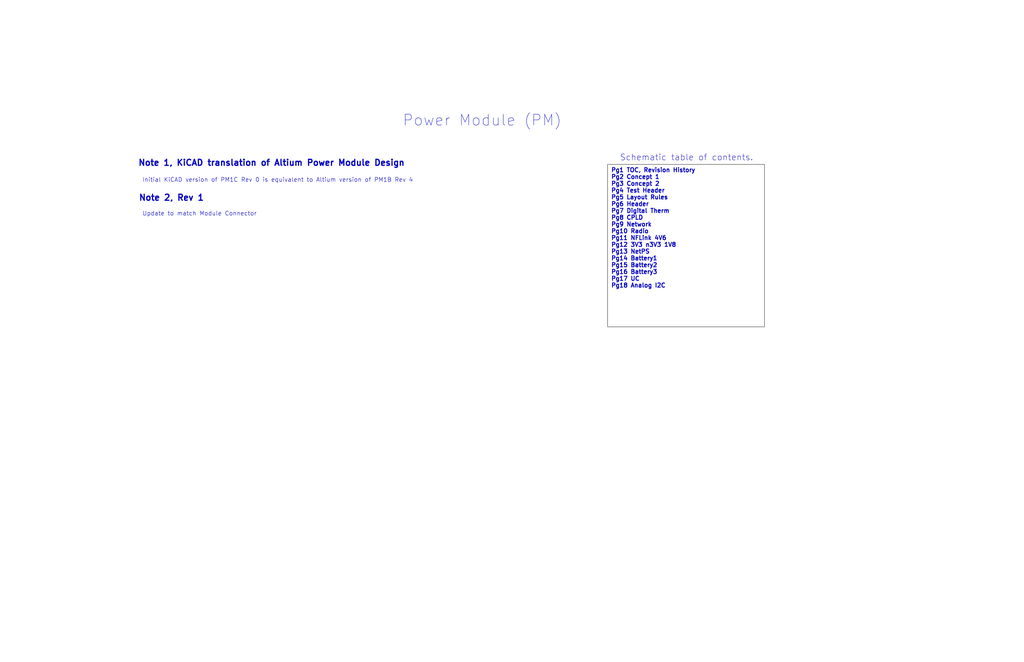
<source format=kicad_sch>
(kicad_sch
	(version 20231120)
	(generator "eeschema")
	(generator_version "8.0")
	(uuid "9cd21fd5-f8a4-4148-b34f-dc644f41a105")
	(paper "B")
	(title_block
		(rev "-")
	)
	(lib_symbols)
	(text_box "Initial KiCAD version of PM1C Rev 0 is equivalent to Altium version of PM1B Rev 4\n\n"
		(exclude_from_sim no)
		(at 58.674 73.406 0)
		(size 123.444 7.112)
		(stroke
			(width -0.0001)
			(type default)
			(color 0 0 0 1)
		)
		(fill
			(type none)
		)
		(effects
			(font
				(size 1.778 1.778)
			)
			(justify left top)
		)
		(uuid "0cfd53d0-1792-4efb-a997-da847d767783")
	)
	(text_box "Update to match Module Connector "
		(exclude_from_sim no)
		(at 58.674 87.63 0)
		(size 111.76 27.432)
		(stroke
			(width -0.0001)
			(type default)
			(color 0 0 0 1)
		)
		(fill
			(type color)
			(color 255 255 255 1)
		)
		(effects
			(font
				(size 1.778 1.778)
			)
			(justify left top)
		)
		(uuid "375a8744-5050-4c2c-b733-47a414bd64e0")
	)
	(text_box "Pg1 TOC, Revision History\nPg2 Concept 1\nPg3 Concept 2\nPg4 Test Header\nPg5 Layout Rules\nPg6 Header\nPg7 Digital Therm\nPg8 CPLD\nPg9 Network\nPg10 Radio\nPg11 NFLink 4V6\nPg12 3V3 n3V3 1V8\nPg13 NetPS\nPg14 Battery1\nPg15 Battery2\nPg16 Battery3\nPg17 UC\nPg18 Analog I2C"
		(exclude_from_sim no)
		(at 256.286 69.342 0)
		(size 66.04 68.58)
		(stroke
			(width 0)
			(type default)
			(color 0 0 0 1)
		)
		(fill
			(type color)
			(color 255 255 255 1)
		)
		(effects
			(font
				(size 1.778 1.778)
				(bold yes)
			)
			(justify left top)
		)
		(uuid "c7b7b3df-ce66-4137-bac2-0b9bc6ee27e3")
	)
	(text "Schematic table of contents."
		(exclude_from_sim no)
		(at 261.366 68.072 0)
		(effects
			(font
				(size 2.54 2.54)
			)
			(justify left bottom)
		)
		(uuid "33ebed32-8e04-4e50-a572-388c051c50ba")
	)
	(text "Power Module (PM)"
		(exclude_from_sim no)
		(at 169.672 53.594 0)
		(effects
			(font
				(size 4.572 4.572)
			)
			(justify left bottom)
		)
		(uuid "440a3c59-1687-45f5-8a3f-e27a3f424323")
	)
	(text "Note 1, KiCAD translation of Altium Power Module Design "
		(exclude_from_sim no)
		(at 58.166 70.358 0)
		(effects
			(font
				(size 2.54 2.54)
				(bold yes)
			)
			(justify left bottom)
		)
		(uuid "892bd607-d629-4253-b3f8-ae8d689d99e9")
	)
	(text "Note 2, Rev 1"
		(exclude_from_sim no)
		(at 58.42 85.09 0)
		(effects
			(font
				(size 2.54 2.54)
				(bold yes)
			)
			(justify left bottom)
		)
		(uuid "b2fcf57c-a61b-4698-9ff4-deecb15efc46")
	)
	(sheet_instances
		(path "/"
			(page "4")
		)
	)
)

</source>
